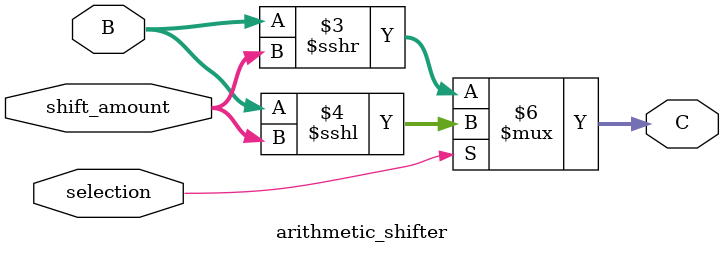
<source format=v>
`timescale 1ns / 1ps


module Shifter#(parameter size = 32)(
    input [size-1:0] B,
    input [$clog2(size)-1 : 0] shamnt,
    input [1:0] S,
    input I_R,I_L,
    output [size-1:0] H
    );
    wire [size-1:0] as_out,ls_out;
    defparam ArShift.size = size;
    arithmetic_shifter ArShift(B,S[0],shamnt,as_out);
    
    defparam LoShift.size = size;
    logical_shifter LoShift(B,S[0],shamnt,ls_out);
    
    assign H = S[1]==1'b1 ? as_out : (S[1] == 1'b0 ? ls_out : 32'habcd);
    
endmodule

module logical_shifter#(parameter size = 32)(
    input [size-1:0] B,
    input selection,
    input [$clog2(size)-1 : 0] shift_amount,
    output reg [size-1:0] C
);
    always @* begin
        if (selection == 0) begin
            C = B >> shift_amount;
        end
        else
            C = B << shift_amount;
    end
endmodule

module arithmetic_shifter#(parameter size = 32)(
    input [size-1:0] B,
    input selection,
    input [$clog2(size)-1 : 0] shift_amount,
    output reg [size-1:0] C
);
    always @* begin
        if (selection == 0) 
            C = $signed(B) >>> shift_amount;
        else
            C = $signed(B) <<< shift_amount;
    end
endmodule

</source>
